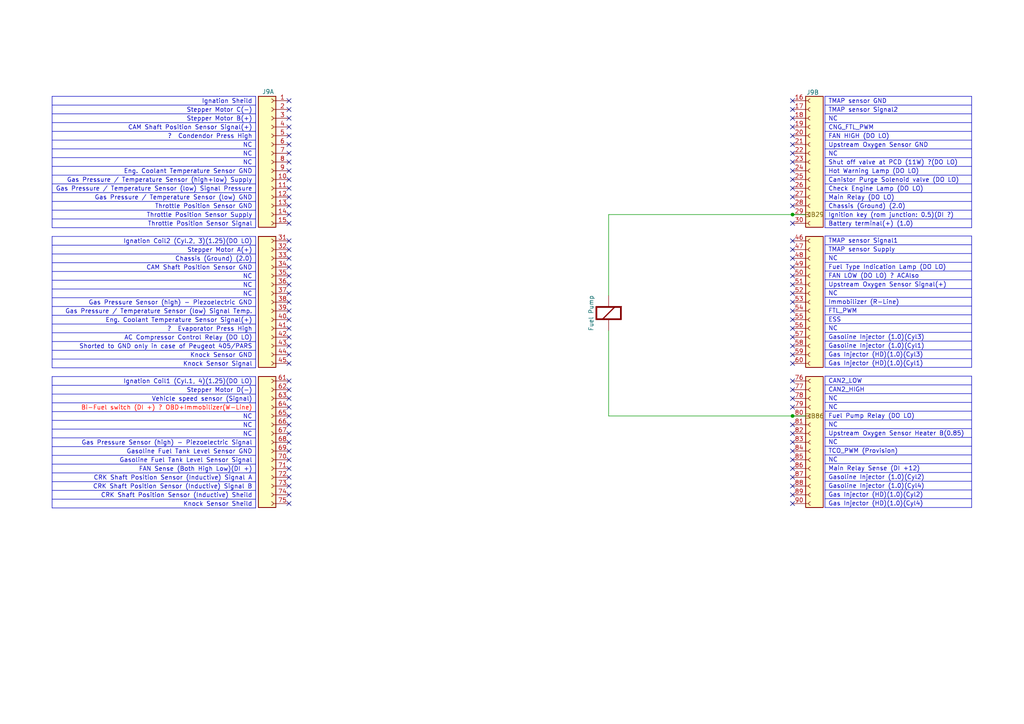
<source format=kicad_sch>
(kicad_sch (version 20250114) (generator "eeschema") (generator_version "9.0")
  (paper "A4")
  (lib_symbols
    (symbol "Conn_01x90_3Row_Socket_1" (pin_names (offset 1.016) (hide yes))
      (property "Reference" "J" (at 1.524 60.833 0))
      (property "Value" "Conn_01x90_3Row_Socket" (at 1.397 -61.214 0))
      (symbol "Conn_01x90_3Row_Socket_1_1_1"
        (pin passive line (at -4.318 58.42 0) (length 3.81) (name "A1") (number "1"))
        (pin passive line (at -4.318 55.88 0) (length 3.81) (name "A2") (number "2"))
        (pin passive line (at -4.318 53.34 0) (length 3.81) (name "A3") (number "3"))
        (pin passive line (at -4.318 50.8 0) (length 3.81) (name "A4") (number "4"))
        (pin passive line (at -4.318 48.26 0) (length 3.81) (name "A5") (number "5"))
        (pin passive line (at -4.318 45.72 0) (length 3.81) (name "A6") (number "6"))
        (pin passive line (at -4.318 43.18 0) (length 3.81) (name "A7") (number "7"))
        (pin passive line (at -4.318 40.64 0) (length 3.81) (name "A8") (number "8"))
        (pin passive line (at -4.318 38.1 0) (length 3.81) (name "A9") (number "9"))
        (pin passive line (at -4.318 35.56 0) (length 3.81) (name "A10") (number "10"))
        (pin passive line (at -4.318 33.02 0) (length 3.81) (name "A11") (number "11"))
        (pin passive line (at -4.318 30.48 0) (length 3.81) (name "A12") (number "12"))
        (pin passive line (at -4.318 27.94 0) (length 3.81) (name "A13") (number "13"))
        (pin passive line (at -4.318 25.4 0) (length 3.81) (name "A14") (number "14"))
        (pin passive line (at -4.318 22.86 0) (length 3.81) (name "A15") (number "15"))
        (pin passive line (at -4.318 17.78 0) (length 3.81) (name "A31") (number "31"))
        (pin passive line (at -4.318 15.24 0) (length 3.81) (name "A32") (number "32"))
        (pin passive line (at -4.318 12.7 0) (length 3.81) (name "A33") (number "33"))
        (pin passive line (at -4.318 10.16 0) (length 3.81) (name "A34") (number "34"))
        (pin passive line (at -4.318 7.62 0) (length 3.81) (name "A35") (number "35"))
        (pin passive line (at -4.318 5.08 0) (length 3.81) (name "A36") (number "36"))
        (pin passive line (at -4.318 2.54 0) (length 3.81) (name "A37") (number "37"))
        (pin passive line (at -4.318 0 0) (length 3.81) (name "A38") (number "38"))
        (pin passive line (at -4.318 -2.54 0) (length 3.81) (name "A39") (number "39"))
        (pin passive line (at -4.318 -5.08 0) (length 3.81) (name "A40") (number "40"))
        (pin passive line (at -4.318 -7.62 0) (length 3.81) (name "A41") (number "41"))
        (pin passive line (at -4.318 -10.16 0) (length 3.81) (name "A42") (number "42"))
        (pin passive line (at -4.318 -12.7 0) (length 3.81) (name "A43") (number "43"))
        (pin passive line (at -4.318 -15.24 0) (length 3.81) (name "A44") (number "44"))
        (pin passive line (at -4.318 -17.78 0) (length 3.81) (name "A45") (number "45"))
        (pin passive line (at -4.318 -22.86 0) (length 3.81) (name "A61") (number "61"))
        (pin passive line (at -4.318 -25.4 0) (length 3.81) (name "A62") (number "62"))
        (pin passive line (at -4.318 -27.94 0) (length 3.81) (name "A63") (number "63"))
        (pin passive line (at -4.318 -30.48 0) (length 3.81) (name "A64") (number "64"))
        (pin passive line (at -4.318 -33.02 0) (length 3.81) (name "A65") (number "65"))
        (pin passive line (at -4.318 -35.56 0) (length 3.81) (name "A66") (number "66"))
        (pin passive line (at -4.318 -38.1 0) (length 3.81) (name "A67") (number "67"))
        (pin passive line (at -4.318 -40.64 0) (length 3.81) (name "A68") (number "68"))
        (pin passive line (at -4.318 -43.18 0) (length 3.81) (name "A69") (number "69"))
        (pin passive line (at -4.318 -45.72 0) (length 3.81) (name "A70") (number "70"))
        (pin passive line (at -4.318 -48.26 0) (length 3.81) (name "A71") (number "71"))
        (pin passive line (at -4.318 -50.8 0) (length 3.81) (name "A72") (number "72"))
        (pin passive line (at -4.318 -53.34 0) (length 3.81) (name "A73") (number "73"))
        (pin passive line (at -4.318 -55.88 0) (length 3.81) (name "A74") (number "74"))
        (pin passive line (at -4.318 -58.42 0) (length 3.81) (name "A75") (number "75"))
      )
      (symbol "Conn_01x90_3Row_Socket_1_2_1"
        (pin passive line (at -4.318 58.42 0) (length 3.81) (name "B16") (number "16"))
        (pin passive line (at -4.318 55.88 0) (length 3.81) (name "B17") (number "17"))
        (pin passive line (at -4.318 53.34 0) (length 3.81) (name "B18") (number "18"))
        (pin passive line (at -4.318 50.8 0) (length 3.81) (name "B19") (number "19"))
        (pin passive line (at -4.318 48.26 0) (length 3.81) (name "B20") (number "20"))
        (pin passive line (at -4.318 45.72 0) (length 3.81) (name "B21") (number "21"))
        (pin passive line (at -4.318 43.18 0) (length 3.81) (name "B22") (number "22"))
        (pin passive line (at -4.318 40.64 0) (length 3.81) (name "B23") (number "23"))
        (pin passive line (at -4.318 38.1 0) (length 3.81) (name "B24") (number "24"))
        (pin passive line (at -4.318 35.56 0) (length 3.81) (name "B25") (number "25"))
        (pin passive line (at -4.318 33.02 0) (length 3.81) (name "B26") (number "26"))
        (pin passive line (at -4.318 30.48 0) (length 3.81) (name "B27") (number "27"))
        (pin passive line (at -4.318 27.94 0) (length 3.81) (name "B28") (number "28"))
        (pin passive line (at -4.318 25.4 0) (length 3.81) (name "B29") (number "29"))
        (pin passive line (at -4.318 22.86 0) (length 3.81) (name "B30") (number "30"))
        (pin passive line (at -4.318 17.78 0) (length 3.81) (name "B46") (number "46"))
        (pin passive line (at -4.318 15.24 0) (length 3.81) (name "B47") (number "47"))
        (pin passive line (at -4.318 12.7 0) (length 3.81) (name "B48") (number "48"))
        (pin passive line (at -4.318 10.16 0) (length 3.81) (name "B49") (number "49"))
        (pin passive line (at -4.318 7.62 0) (length 3.81) (name "B50") (number "50"))
        (pin passive line (at -4.318 5.08 0) (length 3.81) (name "B51") (number "51"))
        (pin passive line (at -4.318 2.54 0) (length 3.81) (name "B52") (number "52"))
        (pin passive line (at -4.318 0 0) (length 3.81) (name "B53") (number "53"))
        (pin passive line (at -4.318 -2.54 0) (length 3.81) (name "B54") (number "54"))
        (pin passive line (at -4.318 -5.08 0) (length 3.81) (name "B55") (number "55"))
        (pin passive line (at -4.318 -7.62 0) (length 3.81) (name "B56") (number "56"))
        (pin passive line (at -4.318 -10.16 0) (length 3.81) (name "B57") (number "57"))
        (pin passive line (at -4.318 -12.7 0) (length 3.81) (name "B58") (number "58"))
        (pin passive line (at -4.318 -15.24 0) (length 3.81) (name "B59") (number "59"))
        (pin passive line (at -4.318 -17.78 0) (length 3.81) (name "B60") (number "60"))
        (pin passive line (at -4.318 -22.86 0) (length 3.81) (name "B76") (number "76"))
        (pin passive line (at -4.318 -25.4 0) (length 3.81) (name "B77") (number "77"))
        (pin passive line (at -4.318 -27.94 0) (length 3.81) (name "B78") (number "78"))
        (pin passive line (at -4.318 -30.48 0) (length 3.81) (name "B79") (number "79"))
        (pin passive line (at -4.318 -33.02 0) (length 3.81) (name "B80") (number "80"))
        (pin passive line (at -4.318 -35.56 0) (length 3.81) (name "B81") (number "81"))
        (pin passive line (at -4.318 -38.1 0) (length 3.81) (name "B82") (number "82"))
        (pin passive line (at -4.318 -40.64 0) (length 3.81) (name "B83") (number "83"))
        (pin passive line (at -4.318 -43.18 0) (length 3.81) (name "B84") (number "84"))
        (pin passive line (at -4.318 -45.72 0) (length 3.81) (name "B85") (number "85"))
        (pin passive line (at -4.318 -48.26 0) (length 3.81) (name "B86") (number "86"))
        (pin passive line (at -4.318 -50.8 0) (length 3.81) (name "B87") (number "87"))
        (pin passive line (at -4.318 -53.34 0) (length 3.81) (name "B88") (number "88"))
        (pin passive line (at -4.318 -55.88 0) (length 3.81) (name "B89") (number "89"))
        (pin passive line (at -4.318 -58.42 0) (length 3.81) (name "B90") (number "90"))
      )
    )
    (symbol "Elektuur_1:Re" (pin_numbers (hide yes)) (pin_names (offset 0) (hide yes))
      (property "Reference" "Re" (at 0.635 3.175 0))
      (property "Value" "Re" (at 0.635 -3.175 0))
      (symbol "Re_1_0"
        (pin passive line (at 0 5.08 270) (length 3.175) (name "+") (number "1"))
        (pin passive line (at 0 -5.08 90) (length 3.175) (name "-") (number "2"))
      )
    )
    (symbol "sicma_socket:Conn_01x90_3Row_Socket" (pin_names (offset 1.016) (hide yes))
      (property "Reference" "J" (at 1.524 60.833 0))
      (property "Value" "Conn_01x90_3Row_Socket" (at 1.397 -61.214 0))
      (symbol "Conn_01x90_3Row_Socket_1_1"
        (pin passive line (at -4.318 58.42 0) (length 3.81) (name "A1") (number "1"))
        (pin passive line (at -4.318 55.88 0) (length 3.81) (name "A2") (number "2"))
        (pin passive line (at -4.318 53.34 0) (length 3.81) (name "A3") (number "3"))
        (pin passive line (at -4.318 50.8 0) (length 3.81) (name "A4") (number "4"))
        (pin passive line (at -4.318 48.26 0) (length 3.81) (name "A5") (number "5"))
        (pin passive line (at -4.318 45.72 0) (length 3.81) (name "A6") (number "6"))
        (pin passive line (at -4.318 43.18 0) (length 3.81) (name "A7") (number "7"))
        (pin passive line (at -4.318 40.64 0) (length 3.81) (name "A8") (number "8"))
        (pin passive line (at -4.318 38.1 0) (length 3.81) (name "A9") (number "9"))
        (pin passive line (at -4.318 35.56 0) (length 3.81) (name "A10") (number "10"))
        (pin passive line (at -4.318 33.02 0) (length 3.81) (name "A11") (number "11"))
        (pin passive line (at -4.318 30.48 0) (length 3.81) (name "A12") (number "12"))
        (pin passive line (at -4.318 27.94 0) (length 3.81) (name "A13") (number "13"))
        (pin passive line (at -4.318 25.4 0) (length 3.81) (name "A14") (number "14"))
        (pin passive line (at -4.318 22.86 0) (length 3.81) (name "A15") (number "15"))
        (pin passive line (at -4.318 17.78 0) (length 3.81) (name "A31") (number "31"))
        (pin passive line (at -4.318 15.24 0) (length 3.81) (name "A32") (number "32"))
        (pin passive line (at -4.318 12.7 0) (length 3.81) (name "A33") (number "33"))
        (pin passive line (at -4.318 10.16 0) (length 3.81) (name "A34") (number "34"))
        (pin passive line (at -4.318 7.62 0) (length 3.81) (name "A35") (number "35"))
        (pin passive line (at -4.318 5.08 0) (length 3.81) (name "A36") (number "36"))
        (pin passive line (at -4.318 2.54 0) (length 3.81) (name "A37") (number "37"))
        (pin passive line (at -4.318 0 0) (length 3.81) (name "A38") (number "38"))
        (pin passive line (at -4.318 -2.54 0) (length 3.81) (name "A39") (number "39"))
        (pin passive line (at -4.318 -5.08 0) (length 3.81) (name "A40") (number "40"))
        (pin passive line (at -4.318 -7.62 0) (length 3.81) (name "A41") (number "41"))
        (pin passive line (at -4.318 -10.16 0) (length 3.81) (name "A42") (number "42"))
        (pin passive line (at -4.318 -12.7 0) (length 3.81) (name "A43") (number "43"))
        (pin passive line (at -4.318 -15.24 0) (length 3.81) (name "A44") (number "44"))
        (pin passive line (at -4.318 -17.78 0) (length 3.81) (name "A45") (number "45"))
        (pin passive line (at -4.318 -22.86 0) (length 3.81) (name "A61") (number "61"))
        (pin passive line (at -4.318 -25.4 0) (length 3.81) (name "A62") (number "62"))
        (pin passive line (at -4.318 -27.94 0) (length 3.81) (name "A63") (number "63"))
        (pin passive line (at -4.318 -30.48 0) (length 3.81) (name "A64") (number "64"))
        (pin passive line (at -4.318 -33.02 0) (length 3.81) (name "A65") (number "65"))
        (pin passive line (at -4.318 -35.56 0) (length 3.81) (name "A66") (number "66"))
        (pin passive line (at -4.318 -38.1 0) (length 3.81) (name "A67") (number "67"))
        (pin passive line (at -4.318 -40.64 0) (length 3.81) (name "A68") (number "68"))
        (pin passive line (at -4.318 -43.18 0) (length 3.81) (name "A69") (number "69"))
        (pin passive line (at -4.318 -45.72 0) (length 3.81) (name "A70") (number "70"))
        (pin passive line (at -4.318 -48.26 0) (length 3.81) (name "A71") (number "71"))
        (pin passive line (at -4.318 -50.8 0) (length 3.81) (name "A72") (number "72"))
        (pin passive line (at -4.318 -53.34 0) (length 3.81) (name "A73") (number "73"))
        (pin passive line (at -4.318 -55.88 0) (length 3.81) (name "A74") (number "74"))
        (pin passive line (at -4.318 -58.42 0) (length 3.81) (name "A75") (number "75"))
      )
      (symbol "Conn_01x90_3Row_Socket_2_1"
        (pin passive line (at -4.318 58.42 0) (length 3.81) (name "B16") (number "16"))
        (pin passive line (at -4.318 55.88 0) (length 3.81) (name "B17") (number "17"))
        (pin passive line (at -4.318 53.34 0) (length 3.81) (name "B18") (number "18"))
        (pin passive line (at -4.318 50.8 0) (length 3.81) (name "B19") (number "19"))
        (pin passive line (at -4.318 48.26 0) (length 3.81) (name "B20") (number "20"))
        (pin passive line (at -4.318 45.72 0) (length 3.81) (name "B21") (number "21"))
        (pin passive line (at -4.318 43.18 0) (length 3.81) (name "B22") (number "22"))
        (pin passive line (at -4.318 40.64 0) (length 3.81) (name "B23") (number "23"))
        (pin passive line (at -4.318 38.1 0) (length 3.81) (name "B24") (number "24"))
        (pin passive line (at -4.318 35.56 0) (length 3.81) (name "B25") (number "25"))
        (pin passive line (at -4.318 33.02 0) (length 3.81) (name "B26") (number "26"))
        (pin passive line (at -4.318 30.48 0) (length 3.81) (name "B27") (number "27"))
        (pin passive line (at -4.318 27.94 0) (length 3.81) (name "B28") (number "28"))
        (pin passive line (at -4.318 25.4 0) (length 3.81) (name "B29") (number "29"))
        (pin passive line (at -4.318 22.86 0) (length 3.81) (name "B30") (number "30"))
        (pin passive line (at -4.318 17.78 0) (length 3.81) (name "B46") (number "46"))
        (pin passive line (at -4.318 15.24 0) (length 3.81) (name "B47") (number "47"))
        (pin passive line (at -4.318 12.7 0) (length 3.81) (name "B48") (number "48"))
        (pin passive line (at -4.318 10.16 0) (length 3.81) (name "B49") (number "49"))
        (pin passive line (at -4.318 7.62 0) (length 3.81) (name "B50") (number "50"))
        (pin passive line (at -4.318 5.08 0) (length 3.81) (name "B51") (number "51"))
        (pin passive line (at -4.318 2.54 0) (length 3.81) (name "B52") (number "52"))
        (pin passive line (at -4.318 0 0) (length 3.81) (name "B53") (number "53"))
        (pin passive line (at -4.318 -2.54 0) (length 3.81) (name "B54") (number "54"))
        (pin passive line (at -4.318 -5.08 0) (length 3.81) (name "B55") (number "55"))
        (pin passive line (at -4.318 -7.62 0) (length 3.81) (name "B56") (number "56"))
        (pin passive line (at -4.318 -10.16 0) (length 3.81) (name "B57") (number "57"))
        (pin passive line (at -4.318 -12.7 0) (length 3.81) (name "B58") (number "58"))
        (pin passive line (at -4.318 -15.24 0) (length 3.81) (name "B59") (number "59"))
        (pin passive line (at -4.318 -17.78 0) (length 3.81) (name "B60") (number "60"))
        (pin passive line (at -4.318 -22.86 0) (length 3.81) (name "B76") (number "76"))
        (pin passive line (at -4.318 -25.4 0) (length 3.81) (name "B77") (number "77"))
        (pin passive line (at -4.318 -27.94 0) (length 3.81) (name "B78") (number "78"))
        (pin passive line (at -4.318 -30.48 0) (length 3.81) (name "B79") (number "79"))
        (pin passive line (at -4.318 -33.02 0) (length 3.81) (name "B80") (number "80"))
        (pin passive line (at -4.318 -35.56 0) (length 3.81) (name "B81") (number "81"))
        (pin passive line (at -4.318 -38.1 0) (length 3.81) (name "B82") (number "82"))
        (pin passive line (at -4.318 -40.64 0) (length 3.81) (name "B83") (number "83"))
        (pin passive line (at -4.318 -43.18 0) (length 3.81) (name "B84") (number "84"))
        (pin passive line (at -4.318 -45.72 0) (length 3.81) (name "B85") (number "85"))
        (pin passive line (at -4.318 -48.26 0) (length 3.81) (name "B86") (number "86"))
        (pin passive line (at -4.318 -50.8 0) (length 3.81) (name "B87") (number "87"))
        (pin passive line (at -4.318 -53.34 0) (length 3.81) (name "B88") (number "88"))
        (pin passive line (at -4.318 -55.88 0) (length 3.81) (name "B89") (number "89"))
        (pin passive line (at -4.318 -58.42 0) (length 3.81) (name "B90") (number "90"))
      )
    )
  )
  (junction (at 229.87 120.65))
  (junction (at 229.87 62.23))
  (no_connect (at 229.87 57.15))
  (no_connect (at 229.87 44.45))
  (no_connect (at 229.87 105.41))
  (no_connect (at 83.82 74.93))
  (no_connect (at 229.87 146.05))
  (no_connect (at 229.87 95.25))
  (no_connect (at 229.87 31.75))
  (no_connect (at 83.82 120.65))
  (no_connect (at 83.82 64.77))
  (no_connect (at 83.82 41.91))
  (no_connect (at 83.82 39.37))
  (no_connect (at 83.82 102.87))
  (no_connect (at 229.87 87.63))
  (no_connect (at 83.82 72.39))
  (no_connect (at 83.82 125.73))
  (no_connect (at 83.82 85.09))
  (no_connect (at 229.87 138.43))
  (no_connect (at 83.82 44.45))
  (no_connect (at 229.87 49.53))
  (no_connect (at 83.82 105.41))
  (no_connect (at 83.82 118.11))
  (no_connect (at 83.82 62.23))
  (no_connect (at 229.87 102.87))
  (no_connect (at 83.82 100.33))
  (no_connect (at 229.87 128.27))
  (no_connect (at 83.82 69.85))
  (no_connect (at 83.82 82.55))
  (no_connect (at 83.82 133.35))
  (no_connect (at 83.82 59.69))
  (no_connect (at 83.82 115.57))
  (no_connect (at 83.82 135.89))
  (no_connect (at 229.87 64.77))
  (no_connect (at 229.87 92.71))
  (no_connect (at 83.82 138.43))
  (no_connect (at 229.87 54.61))
  (no_connect (at 229.87 52.07))
  (no_connect (at 229.87 90.17))
  (no_connect (at 83.82 49.53))
  (no_connect (at 229.87 143.51))
  (no_connect (at 229.87 82.55))
  (no_connect (at 83.82 130.81))
  (no_connect (at 83.82 90.17))
  (no_connect (at 83.82 52.07))
  (no_connect (at 83.82 140.97))
  (no_connect (at 229.87 118.11))
  (no_connect (at 83.82 92.71))
  (no_connect (at 83.82 110.49))
  (no_connect (at 229.87 72.39))
  (no_connect (at 229.87 113.03))
  (no_connect (at 229.87 80.01))
  (no_connect (at 229.87 110.49))
  (no_connect (at 83.82 113.03))
  (no_connect (at 83.82 36.83))
  (no_connect (at 83.82 80.01))
  (no_connect (at 229.87 29.21))
  (no_connect (at 229.87 74.93))
  (no_connect (at 229.87 36.83))
  (no_connect (at 83.82 87.63))
  (no_connect (at 229.87 85.09))
  (no_connect (at 83.82 97.79))
  (no_connect (at 83.82 128.27))
  (no_connect (at 83.82 46.99))
  (no_connect (at 229.87 59.69))
  (no_connect (at 229.87 130.81))
  (no_connect (at 229.87 46.99))
  (no_connect (at 229.87 97.79))
  (no_connect (at 83.82 31.75))
  (no_connect (at 229.87 100.33))
  (no_connect (at 229.87 125.73))
  (no_connect (at 83.82 77.47))
  (no_connect (at 229.87 115.57))
  (no_connect (at 229.87 135.89))
  (no_connect (at 83.82 57.15))
  (no_connect (at 229.87 133.35))
  (no_connect (at 229.87 69.85))
  (no_connect (at 229.87 77.47))
  (no_connect (at 83.82 123.19))
  (no_connect (at 229.87 123.19))
  (no_connect (at 83.82 34.29))
  (no_connect (at 83.82 29.21))
  (no_connect (at 83.82 143.51))
  (no_connect (at 229.87 34.29))
  (no_connect (at 83.82 54.61))
  (no_connect (at 229.87 39.37))
  (no_connect (at 83.82 95.25))
  (no_connect (at 83.82 146.05))
  (no_connect (at 229.87 140.97))
  (no_connect (at 229.87 41.91))
  (wire (pts (xy 176.53 62.23) (xy 176.53 85.725)))
  (wire (pts (xy 229.87 62.23) (xy 176.53 62.23)))
  (wire (pts (xy 233.68 62.23) (xy 229.87 62.23)))
  (wire (pts (xy 176.53 95.885) (xy 176.53 120.65)))
  (wire (pts (xy 229.87 120.65) (xy 233.68 120.65)))
  (wire (pts (xy 176.53 120.65) (xy 229.87 120.65)))
  (table (column_count 1) (border (external yes) (header yes)) (separators (rows yes) (cols yes)) (column_widths 42.545) (row_heights 2.54 2.54 2.54 2.54 2.54 2.54 2.54 2.54 2.54 2.54 2.54 2.54 2.54 2.54 2.54) (cells (table_cell "CAN2_LOW" (at 239.268 109.093 0) (size 42.545 2.54) (margins 0.9525 0.9525 0.9525 0.9525) (span 1 1)) (table_cell "CAN2_HIGH" (at 239.268 111.633 0) (size 42.545 2.54) (margins 0.9525 0.9525 0.9525 0.9525) (span 1 1)) (table_cell "NC" (at 239.268 114.173 0) (size 42.545 2.54) (margins 0.9525 0.9525 0.9525 0.9525) (span 1 1)) (table_cell "NC" (at 239.268 116.713 0) (size 42.545 2.54) (margins 0.9525 0.9525 0.9525 0.9525) (span 1 1)) (table_cell "Fuel Pump Relay (DO LO)" (at 239.268 119.253 0) (size 42.545 2.54) (margins 0.9525 0.9525 0.9525 0.9525) (span 1 1)) (table_cell "NC" (at 239.268 121.793 0) (size 42.545 2.54) (margins 0.9525 0.9525 0.9525 0.9525) (span 1 1)) (table_cell "Upstream Oxygen Sensor Heater B(0.85)" (at 239.268 124.333 0) (size 42.545 2.54) (margins 0.9525 0.9525 0.9525 0.9525) (span 1 1)) (table_cell "NC" (at 239.268 126.873 0) (size 42.545 2.54) (margins 0.9525 0.9525 0.9525 0.9525) (span 1 1)) (table_cell "TCO_PWM (Provision)" (at 239.268 129.413 0) (size 42.545 2.54) (margins 0.9525 0.9525 0.9525 0.9525) (span 1 1)) (table_cell "NC" (at 239.268 131.953 0) (size 42.545 2.54) (margins 0.9525 0.9525 0.9525 0.9525) (span 1 1)) (table_cell "Main Relay Sense (DI +12)" (at 239.268 134.493 0) (size 42.545 2.54) (margins 0.9525 0.9525 0.9525 0.9525) (span 1 1)) (table_cell "Gasoline Injector (1.0)(Cyl2)" (at 239.268 137.033 0) (size 42.545 2.54) (margins 0.9525 0.9525 0.9525 0.9525) (span 1 1)) (table_cell "Gasoline Injector (1.0)(Cyl4)" (at 239.268 139.573 0) (size 42.545 2.54) (margins 0.9525 0.9525 0.9525 0.9525) (span 1 1)) (table_cell "Gas Injector (HD)(1.0)(Cyl2)" (at 239.268 142.113 0) (size 42.545 2.54) (margins 0.9525 0.9525 0.9525 0.9525) (span 1 1)) (table_cell "Gas Injector (HD)(1.0)(Cyl4)" (at 239.268 144.653 0) (size 42.545 2.54) (margins 0.9525 0.9525 0.9525 0.9525) (span 1 1))))
  (table (column_count 1) (border (external yes) (header no)) (separators (rows yes) (cols no)) (column_widths 59.055) (row_heights 2.54 2.54 2.54 2.54 2.54 2.54 2.54 2.54 2.54 2.54 2.54 2.54 2.54 2.54 2.54) (cells (table_cell "Ignation Sheild" (at 15.113 27.94 0) (size 59.055 2.54) (margins 0.9525 0.9525 0.9525 0.9525) (span 1 1)) (table_cell "Stepper Motor C(-)" (at 15.113 30.48 0) (size 59.055 2.54) (margins 0.9525 0.9525 0.9525 0.9525) (span 1 1)) (table_cell "Stepper Motor B(+)" (at 15.113 33.02 0) (size 59.055 2.54) (margins 0.9525 0.9525 0.9525 0.9525) (span 1 1)) (table_cell "CAM Shaft Position Sensor Signal(+)" (at 15.113 35.56 0) (size 59.055 2.54) (margins 0.9525 0.9525 0.9525 0.9525) (span 1 1)) (table_cell "?  Condendor Press High" (at 15.113 38.1 0) (size 59.055 2.54) (margins 0.9525 0.9525 0.9525 0.9525) (span 1 1)) (table_cell "NC" (at 15.113 40.64 0) (size 59.055 2.54) (margins 0.9525 0.9525 0.9525 0.9525) (span 1 1)) (table_cell "NC" (at 15.113 43.18 0) (size 59.055 2.54) (margins 0.9525 0.9525 0.9525 0.9525) (span 1 1)) (table_cell "NC" (at 15.113 45.72 0) (size 59.055 2.54) (margins 0.9525 0.9525 0.9525 0.9525) (span 1 1)) (table_cell "Eng. Coolant Temperature Sensor GND" (at 15.113 48.26 0) (size 59.055 2.54) (margins 0.9525 0.9525 0.9525 0.9525) (span 1 1)) (table_cell "Gas Pressure / Temperature Sensor (high+low) Supply" (at 15.113 50.8 0) (size 59.055 2.54) (margins 0.9525 0.9525 0.9525 0.9525) (span 1 1)) (table_cell "Gas Pressure / Temperature Sensor (low) Signal Pressure" (at 15.113 53.34 0) (size 59.055 2.54) (margins 0.9525 0.9525 0.9525 0.9525) (span 1 1)) (table_cell "Gas Pressure / Temperature Sensor (low) GND" (at 15.113 55.88 0) (size 59.055 2.54) (margins 0.9525 0.9525 0.9525 0.9525) (span 1 1)) (table_cell "Throttle Position Sensor GND" (at 15.113 58.42 0) (size 59.055 2.54) (margins 0.9525 0.9525 0.9525 0.9525) (span 1 1)) (table_cell "Throttle Position Sensor Supply" (at 15.113 60.96 0) (size 59.055 2.54) (margins 0.9525 0.9525 0.9525 0.9525) (span 1 1)) (table_cell "Throttle Position Sensor Signal" (at 15.113 63.5 0) (size 59.055 2.54) (margins 0.9525 0.9525 0.9525 0.9525) (span 1 1))))
  (table (column_count 1) (border (external yes) (header yes)) (separators (rows yes) (cols yes)) (column_widths 42.545) (row_heights 2.54 2.54 2.54 2.54 2.54 2.54 2.54 2.54 2.54 2.54 2.54 2.54 2.54 2.54 2.54) (cells (table_cell "TMAP sensor Signal1" (at 239.268 68.453 0) (size 42.545 2.54) (margins 0.9525 0.9525 0.9525 0.9525) (span 1 1)) (table_cell "TMAP sensor Supply" (at 239.268 70.993 0) (size 42.545 2.54) (margins 0.9525 0.9525 0.9525 0.9525) (span 1 1)) (table_cell "NC" (at 239.268 73.533 0) (size 42.545 2.54) (margins 0.9525 0.9525 0.9525 0.9525) (span 1 1)) (table_cell "Fuel Type Indication Lamp (DO LO)" (at 239.268 76.073 0) (size 42.545 2.54) (margins 0.9525 0.9525 0.9525 0.9525) (span 1 1)) (table_cell "FAN LOW (DO LO) ? ACAlso" (at 239.268 78.613 0) (size 42.545 2.54) (margins 0.9525 0.9525 0.9525 0.9525) (span 1 1)) (table_cell "Upstream Oxygen Sensor Signal(+)" (at 239.268 81.153 0) (size 42.545 2.54) (margins 0.9525 0.9525 0.9525 0.9525) (span 1 1)) (table_cell "NC" (at 239.268 83.693 0) (size 42.545 2.54) (margins 0.9525 0.9525 0.9525 0.9525) (span 1 1)) (table_cell "Immobilizer (R-Line)" (at 239.268 86.233 0) (size 42.545 2.54) (margins 0.9525 0.9525 0.9525 0.9525) (span 1 1)) (table_cell "FTL_PWM" (at 239.268 88.773 0) (size 42.545 2.54) (margins 0.9525 0.9525 0.9525 0.9525) (span 1 1)) (table_cell "ESS" (at 239.268 91.313 0) (size 42.545 2.54) (margins 0.9525 0.9525 0.9525 0.9525) (span 1 1)) (table_cell "NC" (at 239.268 93.853 0) (size 42.545 2.54) (margins 0.9525 0.9525 0.9525 0.9525) (span 1 1)) (table_cell "Gasoline Injector (1.0)(Cyl3)" (at 239.268 96.393 0) (size 42.545 2.54) (margins 0.9525 0.9525 0.9525 0.9525) (span 1 1)) (table_cell "Gasoline Injector (1.0)(Cyl1)" (at 239.268 98.933 0) (size 42.545 2.54) (margins 0.9525 0.9525 0.9525 0.9525) (span 1 1)) (table_cell "Gas Injector (HD)(1.0)(Cyl3)" (at 239.268 101.473 0) (size 42.545 2.54) (margins 0.9525 0.9525 0.9525 0.9525) (span 1 1)) (table_cell "Gas Injector (HD)(1.0)(Cyl1)" (at 239.268 104.013 0) (size 42.545 2.54) (margins 0.9525 0.9525 0.9525 0.9525) (span 1 1))))
  (table (column_count 1) (border (external yes) (header yes)) (separators (rows yes) (cols yes)) (column_widths 59.055) (row_heights 2.54 2.54 2.54 2.54 2.54 2.54 2.54 2.54 2.54 2.54 2.54 2.54 2.54 2.54 2.54) (cells (table_cell "Ignation Coil2 (Cyl.2, 3)(1.25)(DO LO)" (at 15.113 68.58 0) (size 59.055 2.54) (margins 0.9525 0.9525 0.9525 0.9525) (span 1 1)) (table_cell "Stepper Motor A(+)" (at 15.113 71.12 0) (size 59.055 2.54) (margins 0.9525 0.9525 0.9525 0.9525) (span 1 1)) (table_cell "Chassis (Ground) (2.0)" (at 15.113 73.66 0) (size 59.055 2.54) (margins 0.9525 0.9525 0.9525 0.9525) (span 1 1)) (table_cell "CAM Shaft Position Sensor GND" (at 15.113 76.2 0) (size 59.055 2.54) (margins 0.9525 0.9525 0.9525 0.9525) (span 1 1)) (table_cell "NC" (at 15.113 78.74 0) (size 59.055 2.54) (margins 0.9525 0.9525 0.9525 0.9525) (span 1 1)) (table_cell "NC" (at 15.113 81.28 0) (size 59.055 2.54) (margins 0.9525 0.9525 0.9525 0.9525) (span 1 1)) (table_cell "NC" (at 15.113 83.82 0) (size 59.055 2.54) (margins 0.9525 0.9525 0.9525 0.9525) (span 1 1)) (table_cell "Gas Pressure Sensor (high) - Piezoelectric GND" (at 15.113 86.36 0) (size 59.055 2.54) (margins 0.9525 0.9525 0.9525 0.9525) (span 1 1)) (table_cell "Gas Pressure / Temperature Sensor (low) Signal Temp." (at 15.113 88.9 0) (size 59.055 2.54) (margins 0.9525 0.9525 0.9525 0.9525) (span 1 1)) (table_cell "Eng. Coolant Temperature Sensor Signal(+)" (at 15.113 91.44 0) (size 59.055 2.54) (margins 0.9525 0.9525 0.9525 0.9525) (span 1 1)) (table_cell "?  Evaporator Press High" (at 15.113 93.98 0) (size 59.055 2.54) (margins 0.9525 0.9525 0.9525 0.9525) (span 1 1)) (table_cell "AC Compressor Control Relay (DO LO)" (at 15.113 96.52 0) (size 59.055 2.54) (margins 0.9525 0.9525 0.9525 0.9525) (span 1 1)) (table_cell "Shorted to GND only in case of Peugeot 405/PARS" (at 15.113 99.06 0) (size 59.055 2.54) (margins 0.9525 0.9525 0.9525 0.9525) (span 1 1)) (table_cell "Knock Sensor GND" (at 15.113 101.6 0) (size 59.055 2.54) (margins 0.9525 0.9525 0.9525 0.9525) (span 1 1)) (table_cell "Knock Sensor Signal" (at 15.113 104.14 0) (size 59.055 2.54) (margins 0.9525 0.9525 0.9525 0.9525) (span 1 1))))
  (table (column_count 1) (border (external yes) (header yes)) (separators (rows yes) (cols yes)) (column_widths 59.055) (row_heights 2.54 2.54 2.54 2.54 2.54 2.54 2.54 2.54 2.54 2.54 2.54 2.54 2.54 2.54 2.54) (cells (table_cell "Ignation Coil1 (Cyl.1, 4)(1.25)(DO LO)" (at 15.113 109.22 0) (size 59.055 2.54) (margins 0.9525 0.9525 0.9525 0.9525) (span 1 1)) (table_cell "Stepper Motor D(-)" (at 15.113 111.76 0) (size 59.055 2.54) (margins 0.9525 0.9525 0.9525 0.9525) (span 1 1)) (table_cell "Vehicle speed sensor (Signal)" (at 15.113 114.3 0) (size 59.055 2.54) (margins 0.9525 0.9525 0.9525 0.9525) (span 1 1)) (table_cell "Bi-Fuel switch (DI +) ? OBD+Immobilizer(W-Line)" (at 15.113 116.84 0) (size 59.055 2.54) (margins 0.9525 0.9525 0.9525 0.9525) (span 1 1)) (table_cell "NC" (at 15.113 119.38 0) (size 59.055 2.54) (margins 0.9525 0.9525 0.9525 0.9525) (span 1 1)) (table_cell "NC" (at 15.113 121.92 0) (size 59.055 2.54) (margins 0.9525 0.9525 0.9525 0.9525) (span 1 1)) (table_cell "NC" (at 15.113 124.46 0) (size 59.055 2.54) (margins 0.9525 0.9525 0.9525 0.9525) (span 1 1)) (table_cell "Gas Pressure Sensor (high) - Piezoelectric Signal" (at 15.113 127 0) (size 59.055 2.54) (margins 0.9525 0.9525 0.9525 0.9525) (span 1 1)) (table_cell "Gasoline Fuel Tank Level Sensor GND" (at 15.113 129.54 0) (size 59.055 2.54) (margins 0.9525 0.9525 0.9525 0.9525) (span 1 1)) (table_cell "Gasoline Fuel Tank Level Sensor Signal" (at 15.113 132.08 0) (size 59.055 2.54) (margins 0.9525 0.9525 0.9525 0.9525) (span 1 1)) (table_cell "FAN Sense (Both High Low)(DI +)" (at 15.113 134.62 0) (size 59.055 2.54) (margins 0.9525 0.9525 0.9525 0.9525) (span 1 1)) (table_cell "CRK Shaft Position Sensor (Inductive) Signal A" (at 15.113 137.16 0) (size 59.055 2.54) (margins 0.9525 0.9525 0.9525 0.9525) (span 1 1)) (table_cell "CRK Shaft Position Sensor (Inductive) Signal B" (at 15.113 139.7 0) (size 59.055 2.54) (margins 0.9525 0.9525 0.9525 0.9525) (span 1 1)) (table_cell "CRK Shaft Position Sensor (Inductive) Sheild" (at 15.113 142.24 0) (size 59.055 2.54) (margins 0.9525 0.9525 0.9525 0.9525) (span 1 1)) (table_cell "Knock Sensor Sheild" (at 15.113 144.78 0) (size 59.055 2.54) (margins 0.9525 0.9525 0.9525 0.9525) (span 1 1))))
  (table (column_count 1) (border (external yes) (header yes)) (separators (rows yes) (cols yes)) (column_widths 42.545) (row_heights 2.54 2.54 2.54 2.54 2.54 2.54 2.54 2.54 2.54 2.54 2.54 2.54 2.54 2.54 2.54) (cells (table_cell "TMAP sensor GND" (at 239.268 27.94 0) (size 42.545 2.54) (margins 0.9525 0.9525 0.9525 0.9525) (span 1 1)) (table_cell "TMAP sensor Signal2" (at 239.268 30.48 0) (size 42.545 2.54) (margins 0.9525 0.9525 0.9525 0.9525) (span 1 1)) (table_cell "NC" (at 239.268 33.02 0) (size 42.545 2.54) (margins 0.9525 0.9525 0.9525 0.9525) (span 1 1)) (table_cell "CNG_FTL_PWM" (at 239.268 35.56 0) (size 42.545 2.54) (margins 0.9525 0.9525 0.9525 0.9525) (span 1 1)) (table_cell "FAN HIGH (DO LO)" (at 239.268 38.1 0) (size 42.545 2.54) (margins 0.9525 0.9525 0.9525 0.9525) (span 1 1)) (table_cell "Upstream Oxygen Sensor GND" (at 239.268 40.64 0) (size 42.545 2.54) (margins 0.9525 0.9525 0.9525 0.9525) (span 1 1)) (table_cell "NC" (at 239.268 43.18 0) (size 42.545 2.54) (margins 0.9525 0.9525 0.9525 0.9525) (span 1 1)) (table_cell "Shut off valve at PCD (11W) ?(DO LO)" (at 239.268 45.72 0) (size 42.545 2.54) (margins 0.9525 0.9525 0.9525 0.9525) (span 1 1)) (table_cell "Hot Warning Lamp (DO LO)" (at 239.268 48.26 0) (size 42.545 2.54) (margins 0.9525 0.9525 0.9525 0.9525) (span 1 1)) (table_cell "Canistor Purge Solenoid valve (DO LO)" (at 239.268 50.8 0) (size 42.545 2.54) (margins 0.9525 0.9525 0.9525 0.9525) (span 1 1)) (table_cell "Check Engine Lamp (DO LO)" (at 239.268 53.34 0) (size 42.545 2.54) (margins 0.9525 0.9525 0.9525 0.9525) (span 1 1)) (table_cell "Main Relay (DO LO)" (at 239.268 55.88 0) (size 42.545 2.54) (margins 0.9525 0.9525 0.9525 0.9525) (span 1 1)) (table_cell "Chassis (Ground) (2.0)" (at 239.268 58.42 0) (size 42.545 2.54) (margins 0.9525 0.9525 0.9525 0.9525) (span 1 1)) (table_cell "Ignition key (rom junction: 0.5)(DI ?)" (at 239.268 60.96 0) (size 42.545 2.54) (margins 0.9525 0.9525 0.9525 0.9525) (span 1 1)) (table_cell "Battery terminal(+) (1.0)" (at 239.268 63.5 0) (size 42.545 2.54) (margins 0.9525 0.9525 0.9525 0.9525) (span 1 1))))
  (hierarchical_label "B86" (shape passive) (at 233.68 120.65 0))
  (hierarchical_label "B29" (shape passive) (at 233.68 62.23 0))
  (symbol (lib_name "Conn_01x90_3Row_Socket_1") (lib_id "sicma_socket:Conn_01x90_3Row_Socket") (at 234.188 87.63 0) (unit 2)
    (property "Reference" "J9" (at 235.712 26.797 0))
    (property "Value" "Conn_01x90_3Row_Socket" (effects (hide yes)))
    (property "Description" "\"Duble connector, triple row, 03x30, unit letter first pin numbering scheme (pin number form 1 to 90\"" (effects (hide yes)))
  )
  (symbol (lib_id "sicma_socket:Conn_01x90_3Row_Socket") (at 79.502 87.63 0) (mirror y) (unit 1)
    (property "Reference" "J9" (at 79.502 26.6064 0) (effects (justify left)))
    (property "Value" "Conn_01x90_3Row_Socket" (effects (hide yes)))
    (property "Description" "\"Duble connector, triple row, 03x30, unit letter first pin numbering scheme (pin number form 1 to 90\"" (effects (hide yes)))
  )
  (symbol (lib_id "Elektuur_1:Re") (at 176.53 90.805 180) (unit 1) (in_bom no) (on_board no)
    (property "Reference" "Re1" (effects (hide yes)))
    (property "Value" "Fuel Pump" (at 171.45 90.8051 90))
    (property "Description" "operating/relay device/coil; electromagnetic actuator (solenoid)" (effects (hide yes)))
    (property "Sim.Pins" "1=1 2=2" (effects (hide yes)))
    (property "Sim.Device" "SPICE" (effects (hide yes)))
    (property "Sim.Params" "X" (effects (hide yes)))
    (property "Indicator" "+" (effects (hide yes)))
    (property "Rating" "V/Ω" (effects (hide yes)))
  )
)
</source>
